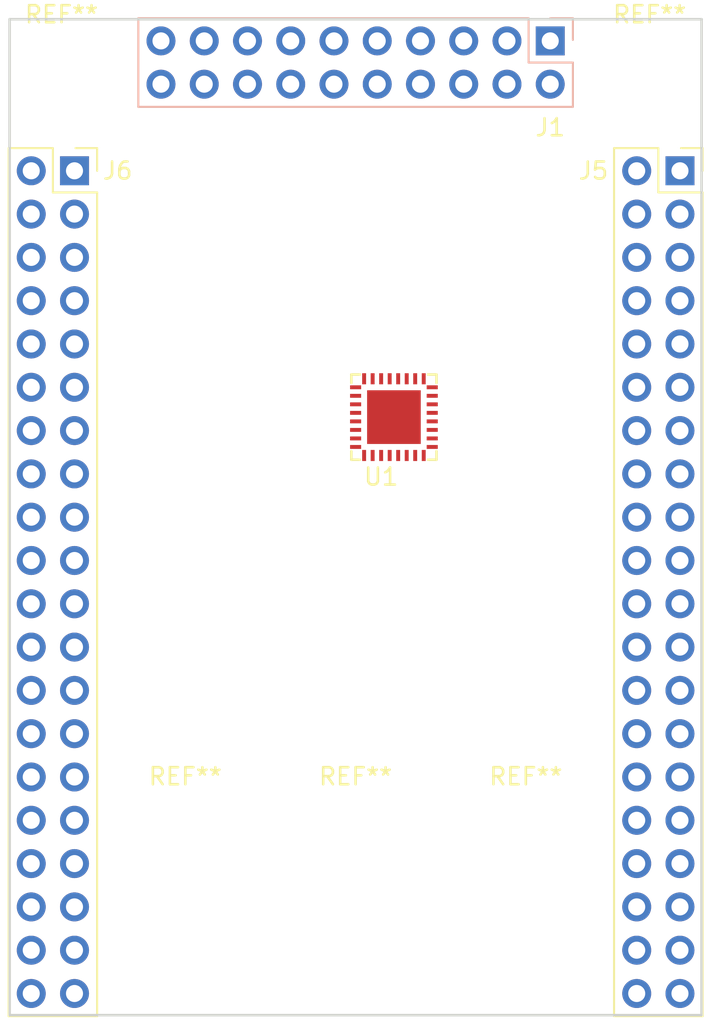
<source format=kicad_pcb>
(kicad_pcb (version 4) (host pcbnew 4.0.7-e2-6376~60~ubuntu17.10.1)

  (general
    (links 0)
    (no_connects 0)
    (area 97.714999 40.564999 138.505001 99.135001)
    (thickness 1.6)
    (drawings 4)
    (tracks 0)
    (zones 0)
    (modules 9)
    (nets 133)
  )

  (page A4)
  (title_block
    (title Fixture-Dev-Kit-C4-Adapater-Board)
    (date 2017-11-20)
    (rev v1.0)
  )

  (layers
    (0 F.Cu signal)
    (31 B.Cu signal)
    (32 B.Adhes user)
    (33 F.Adhes user)
    (34 B.Paste user)
    (35 F.Paste user)
    (36 B.SilkS user)
    (37 F.SilkS user)
    (38 B.Mask user)
    (39 F.Mask user)
    (40 Dwgs.User user)
    (41 Cmts.User user)
    (42 Eco1.User user)
    (43 Eco2.User user)
    (44 Edge.Cuts user)
    (45 Margin user)
    (46 B.CrtYd user)
    (47 F.CrtYd user)
    (48 B.Fab user)
    (49 F.Fab user)
  )

  (setup
    (last_trace_width 0.25)
    (trace_clearance 0.2)
    (zone_clearance 0.508)
    (zone_45_only no)
    (trace_min 0.2)
    (segment_width 0.2)
    (edge_width 0.15)
    (via_size 0.6)
    (via_drill 0.4)
    (via_min_size 0.4)
    (via_min_drill 0.3)
    (uvia_size 0.3)
    (uvia_drill 0.1)
    (uvias_allowed no)
    (uvia_min_size 0.2)
    (uvia_min_drill 0.1)
    (pcb_text_width 0.3)
    (pcb_text_size 1.5 1.5)
    (mod_edge_width 0.15)
    (mod_text_size 1 1)
    (mod_text_width 0.15)
    (pad_size 1.524 1.524)
    (pad_drill 0.762)
    (pad_to_mask_clearance 0.2)
    (aux_axis_origin 0 0)
    (visible_elements FFFFFF7F)
    (pcbplotparams
      (layerselection 0x00030_80000001)
      (usegerberextensions false)
      (excludeedgelayer true)
      (linewidth 0.100000)
      (plotframeref false)
      (viasonmask false)
      (mode 1)
      (useauxorigin false)
      (hpglpennumber 1)
      (hpglpenspeed 20)
      (hpglpendiameter 15)
      (hpglpenoverlay 2)
      (psnegative false)
      (psa4output false)
      (plotreference true)
      (plotvalue true)
      (plotinvisibletext false)
      (padsonsilk false)
      (subtractmaskfromsilk false)
      (outputformat 1)
      (mirror false)
      (drillshape 1)
      (scaleselection 1)
      (outputdirectory ""))
  )

  (net 0 "")
  (net 1 "Net-(J1-Pad1)")
  (net 2 "Net-(J1-Pad2)")
  (net 3 "Net-(J1-Pad3)")
  (net 4 "Net-(J1-Pad4)")
  (net 5 "Net-(J1-Pad5)")
  (net 6 "Net-(J1-Pad6)")
  (net 7 "Net-(J1-Pad7)")
  (net 8 "Net-(J1-Pad8)")
  (net 9 "Net-(J1-Pad9)")
  (net 10 "Net-(J1-Pad10)")
  (net 11 "Net-(J1-Pad11)")
  (net 12 "Net-(J1-Pad12)")
  (net 13 "Net-(J1-Pad13)")
  (net 14 "Net-(J1-Pad14)")
  (net 15 "Net-(J1-Pad15)")
  (net 16 "Net-(J1-Pad16)")
  (net 17 "Net-(J1-Pad17)")
  (net 18 "Net-(J1-Pad18)")
  (net 19 "Net-(J1-Pad19)")
  (net 20 "Net-(J1-Pad20)")
  (net 21 "Net-(J5-Pad1)")
  (net 22 "Net-(J5-Pad2)")
  (net 23 "Net-(J5-Pad3)")
  (net 24 "Net-(J5-Pad4)")
  (net 25 "Net-(J5-Pad5)")
  (net 26 "Net-(J5-Pad6)")
  (net 27 "Net-(J5-Pad7)")
  (net 28 "Net-(J5-Pad8)")
  (net 29 "Net-(J5-Pad9)")
  (net 30 "Net-(J5-Pad10)")
  (net 31 "Net-(J5-Pad11)")
  (net 32 "Net-(J5-Pad12)")
  (net 33 "Net-(J5-Pad13)")
  (net 34 "Net-(J5-Pad14)")
  (net 35 "Net-(J5-Pad15)")
  (net 36 "Net-(J5-Pad16)")
  (net 37 "Net-(J5-Pad17)")
  (net 38 "Net-(J5-Pad18)")
  (net 39 "Net-(J5-Pad19)")
  (net 40 "Net-(J5-Pad20)")
  (net 41 "Net-(J5-Pad21)")
  (net 42 "Net-(J5-Pad22)")
  (net 43 "Net-(J5-Pad23)")
  (net 44 "Net-(J5-Pad24)")
  (net 45 "Net-(J5-Pad25)")
  (net 46 "Net-(J5-Pad26)")
  (net 47 "Net-(J5-Pad27)")
  (net 48 "Net-(J5-Pad28)")
  (net 49 "Net-(J5-Pad29)")
  (net 50 "Net-(J5-Pad30)")
  (net 51 "Net-(J5-Pad31)")
  (net 52 "Net-(J5-Pad32)")
  (net 53 "Net-(J5-Pad33)")
  (net 54 "Net-(J5-Pad34)")
  (net 55 "Net-(J5-Pad35)")
  (net 56 "Net-(J5-Pad36)")
  (net 57 "Net-(J5-Pad37)")
  (net 58 "Net-(J5-Pad38)")
  (net 59 "Net-(J5-Pad39)")
  (net 60 "Net-(J5-Pad40)")
  (net 61 "Net-(J6-Pad1)")
  (net 62 "Net-(J6-Pad2)")
  (net 63 "Net-(J6-Pad3)")
  (net 64 "Net-(J6-Pad4)")
  (net 65 "Net-(J6-Pad5)")
  (net 66 "Net-(J6-Pad6)")
  (net 67 "Net-(J6-Pad7)")
  (net 68 "Net-(J6-Pad8)")
  (net 69 "Net-(J6-Pad9)")
  (net 70 "Net-(J6-Pad10)")
  (net 71 "Net-(J6-Pad11)")
  (net 72 "Net-(J6-Pad12)")
  (net 73 "Net-(J6-Pad13)")
  (net 74 "Net-(J6-Pad14)")
  (net 75 "Net-(J6-Pad15)")
  (net 76 "Net-(J6-Pad16)")
  (net 77 "Net-(J6-Pad17)")
  (net 78 "Net-(J6-Pad18)")
  (net 79 "Net-(J6-Pad19)")
  (net 80 "Net-(J6-Pad20)")
  (net 81 "Net-(J6-Pad21)")
  (net 82 "Net-(J6-Pad22)")
  (net 83 "Net-(J6-Pad23)")
  (net 84 "Net-(J6-Pad24)")
  (net 85 "Net-(J6-Pad25)")
  (net 86 "Net-(J6-Pad26)")
  (net 87 "Net-(J6-Pad27)")
  (net 88 "Net-(J6-Pad28)")
  (net 89 "Net-(J6-Pad29)")
  (net 90 "Net-(J6-Pad30)")
  (net 91 "Net-(J6-Pad31)")
  (net 92 "Net-(J6-Pad32)")
  (net 93 "Net-(J6-Pad33)")
  (net 94 "Net-(J6-Pad34)")
  (net 95 "Net-(J6-Pad35)")
  (net 96 "Net-(J6-Pad36)")
  (net 97 "Net-(J6-Pad37)")
  (net 98 "Net-(J6-Pad38)")
  (net 99 "Net-(J6-Pad39)")
  (net 100 "Net-(J6-Pad40)")
  (net 101 "Net-(U1-Pad1)")
  (net 102 "Net-(U1-Pad2)")
  (net 103 "Net-(U1-Pad3)")
  (net 104 "Net-(U1-Pad4)")
  (net 105 "Net-(U1-Pad5)")
  (net 106 "Net-(U1-Pad6)")
  (net 107 "Net-(U1-Pad7)")
  (net 108 "Net-(U1-Pad8)")
  (net 109 "Net-(U1-Pad9)")
  (net 110 "Net-(U1-Pad10)")
  (net 111 "Net-(U1-Pad11)")
  (net 112 "Net-(U1-Pad12)")
  (net 113 "Net-(U1-Pad13)")
  (net 114 "Net-(U1-Pad14)")
  (net 115 "Net-(U1-Pad15)")
  (net 116 "Net-(U1-Pad16)")
  (net 117 "Net-(U1-Pad17)")
  (net 118 "Net-(U1-Pad18)")
  (net 119 "Net-(U1-Pad19)")
  (net 120 "Net-(U1-Pad20)")
  (net 121 "Net-(U1-Pad21)")
  (net 122 "Net-(U1-Pad22)")
  (net 123 "Net-(U1-Pad23)")
  (net 124 "Net-(U1-Pad24)")
  (net 125 "Net-(U1-Pad25)")
  (net 126 "Net-(U1-Pad26)")
  (net 127 "Net-(U1-Pad27)")
  (net 128 "Net-(U1-Pad28)")
  (net 129 "Net-(U1-Pad29)")
  (net 130 "Net-(U1-Pad30)")
  (net 131 "Net-(U1-Pad31)")
  (net 132 "Net-(U1-Pad32)")

  (net_class Default "This is the default net class."
    (clearance 0.2)
    (trace_width 0.25)
    (via_dia 0.6)
    (via_drill 0.4)
    (uvia_dia 0.3)
    (uvia_drill 0.1)
    (add_net "Net-(J1-Pad1)")
    (add_net "Net-(J1-Pad10)")
    (add_net "Net-(J1-Pad11)")
    (add_net "Net-(J1-Pad12)")
    (add_net "Net-(J1-Pad13)")
    (add_net "Net-(J1-Pad14)")
    (add_net "Net-(J1-Pad15)")
    (add_net "Net-(J1-Pad16)")
    (add_net "Net-(J1-Pad17)")
    (add_net "Net-(J1-Pad18)")
    (add_net "Net-(J1-Pad19)")
    (add_net "Net-(J1-Pad2)")
    (add_net "Net-(J1-Pad20)")
    (add_net "Net-(J1-Pad3)")
    (add_net "Net-(J1-Pad4)")
    (add_net "Net-(J1-Pad5)")
    (add_net "Net-(J1-Pad6)")
    (add_net "Net-(J1-Pad7)")
    (add_net "Net-(J1-Pad8)")
    (add_net "Net-(J1-Pad9)")
    (add_net "Net-(J5-Pad1)")
    (add_net "Net-(J5-Pad10)")
    (add_net "Net-(J5-Pad11)")
    (add_net "Net-(J5-Pad12)")
    (add_net "Net-(J5-Pad13)")
    (add_net "Net-(J5-Pad14)")
    (add_net "Net-(J5-Pad15)")
    (add_net "Net-(J5-Pad16)")
    (add_net "Net-(J5-Pad17)")
    (add_net "Net-(J5-Pad18)")
    (add_net "Net-(J5-Pad19)")
    (add_net "Net-(J5-Pad2)")
    (add_net "Net-(J5-Pad20)")
    (add_net "Net-(J5-Pad21)")
    (add_net "Net-(J5-Pad22)")
    (add_net "Net-(J5-Pad23)")
    (add_net "Net-(J5-Pad24)")
    (add_net "Net-(J5-Pad25)")
    (add_net "Net-(J5-Pad26)")
    (add_net "Net-(J5-Pad27)")
    (add_net "Net-(J5-Pad28)")
    (add_net "Net-(J5-Pad29)")
    (add_net "Net-(J5-Pad3)")
    (add_net "Net-(J5-Pad30)")
    (add_net "Net-(J5-Pad31)")
    (add_net "Net-(J5-Pad32)")
    (add_net "Net-(J5-Pad33)")
    (add_net "Net-(J5-Pad34)")
    (add_net "Net-(J5-Pad35)")
    (add_net "Net-(J5-Pad36)")
    (add_net "Net-(J5-Pad37)")
    (add_net "Net-(J5-Pad38)")
    (add_net "Net-(J5-Pad39)")
    (add_net "Net-(J5-Pad4)")
    (add_net "Net-(J5-Pad40)")
    (add_net "Net-(J5-Pad5)")
    (add_net "Net-(J5-Pad6)")
    (add_net "Net-(J5-Pad7)")
    (add_net "Net-(J5-Pad8)")
    (add_net "Net-(J5-Pad9)")
    (add_net "Net-(J6-Pad1)")
    (add_net "Net-(J6-Pad10)")
    (add_net "Net-(J6-Pad11)")
    (add_net "Net-(J6-Pad12)")
    (add_net "Net-(J6-Pad13)")
    (add_net "Net-(J6-Pad14)")
    (add_net "Net-(J6-Pad15)")
    (add_net "Net-(J6-Pad16)")
    (add_net "Net-(J6-Pad17)")
    (add_net "Net-(J6-Pad18)")
    (add_net "Net-(J6-Pad19)")
    (add_net "Net-(J6-Pad2)")
    (add_net "Net-(J6-Pad20)")
    (add_net "Net-(J6-Pad21)")
    (add_net "Net-(J6-Pad22)")
    (add_net "Net-(J6-Pad23)")
    (add_net "Net-(J6-Pad24)")
    (add_net "Net-(J6-Pad25)")
    (add_net "Net-(J6-Pad26)")
    (add_net "Net-(J6-Pad27)")
    (add_net "Net-(J6-Pad28)")
    (add_net "Net-(J6-Pad29)")
    (add_net "Net-(J6-Pad3)")
    (add_net "Net-(J6-Pad30)")
    (add_net "Net-(J6-Pad31)")
    (add_net "Net-(J6-Pad32)")
    (add_net "Net-(J6-Pad33)")
    (add_net "Net-(J6-Pad34)")
    (add_net "Net-(J6-Pad35)")
    (add_net "Net-(J6-Pad36)")
    (add_net "Net-(J6-Pad37)")
    (add_net "Net-(J6-Pad38)")
    (add_net "Net-(J6-Pad39)")
    (add_net "Net-(J6-Pad4)")
    (add_net "Net-(J6-Pad40)")
    (add_net "Net-(J6-Pad5)")
    (add_net "Net-(J6-Pad6)")
    (add_net "Net-(J6-Pad7)")
    (add_net "Net-(J6-Pad8)")
    (add_net "Net-(J6-Pad9)")
    (add_net "Net-(U1-Pad1)")
    (add_net "Net-(U1-Pad10)")
    (add_net "Net-(U1-Pad11)")
    (add_net "Net-(U1-Pad12)")
    (add_net "Net-(U1-Pad13)")
    (add_net "Net-(U1-Pad14)")
    (add_net "Net-(U1-Pad15)")
    (add_net "Net-(U1-Pad16)")
    (add_net "Net-(U1-Pad17)")
    (add_net "Net-(U1-Pad18)")
    (add_net "Net-(U1-Pad19)")
    (add_net "Net-(U1-Pad2)")
    (add_net "Net-(U1-Pad20)")
    (add_net "Net-(U1-Pad21)")
    (add_net "Net-(U1-Pad22)")
    (add_net "Net-(U1-Pad23)")
    (add_net "Net-(U1-Pad24)")
    (add_net "Net-(U1-Pad25)")
    (add_net "Net-(U1-Pad26)")
    (add_net "Net-(U1-Pad27)")
    (add_net "Net-(U1-Pad28)")
    (add_net "Net-(U1-Pad29)")
    (add_net "Net-(U1-Pad3)")
    (add_net "Net-(U1-Pad30)")
    (add_net "Net-(U1-Pad31)")
    (add_net "Net-(U1-Pad32)")
    (add_net "Net-(U1-Pad4)")
    (add_net "Net-(U1-Pad5)")
    (add_net "Net-(U1-Pad6)")
    (add_net "Net-(U1-Pad7)")
    (add_net "Net-(U1-Pad8)")
    (add_net "Net-(U1-Pad9)")
  )

  (module Mounting_Holes:MountingHole_3mm (layer F.Cu) (tedit 5A129258) (tstamp 5A129125)
    (at 135.38 44.36)
    (descr "Mounting Hole 3mm, no annular")
    (tags "mounting hole 3mm no annular")
    (fp_text reference REF** (at 0 -4) (layer F.SilkS)
      (effects (font (size 1 1) (thickness 0.15)))
    )
    (fp_text value MountingHole_3mm (at 0 4) (layer F.Fab) hide
      (effects (font (size 1 1) (thickness 0.15)))
    )
    (fp_circle (center 0 0) (end 3 0) (layer Cmts.User) (width 0.15))
    (fp_circle (center 0 0) (end 3.25 0) (layer F.CrtYd) (width 0.05))
    (pad 1 np_thru_hole circle (at 0 0) (size 3 3) (drill 3) (layers *.Cu *.Mask))
  )

  (module Socket_Strips:Socket_Strip_Straight_2x10_Pitch2.54mm (layer B.Cu) (tedit 5A1292AF) (tstamp 5A128ACD)
    (at 129.54 41.91 90)
    (descr "Through hole straight socket strip, 2x10, 2.54mm pitch, double rows")
    (tags "Through hole socket strip THT 2x10 2.54mm double row")
    (path /5A1289B3)
    (fp_text reference J1 (at -5.08 0 180) (layer F.SilkS)
      (effects (font (size 1 1) (thickness 0.15)))
    )
    (fp_text value Conn_02x10_Odd_Even (at -5.08 -11.43 180) (layer F.Fab)
      (effects (font (size 1 1) (thickness 0.15)))
    )
    (fp_line (start -3.81 1.27) (end -3.81 -24.13) (layer B.Fab) (width 0.1))
    (fp_line (start -3.81 -24.13) (end 1.27 -24.13) (layer B.Fab) (width 0.1))
    (fp_line (start 1.27 -24.13) (end 1.27 1.27) (layer B.Fab) (width 0.1))
    (fp_line (start 1.27 1.27) (end -3.81 1.27) (layer B.Fab) (width 0.1))
    (fp_line (start 1.33 -1.27) (end 1.33 -24.19) (layer B.SilkS) (width 0.12))
    (fp_line (start 1.33 -24.19) (end -3.87 -24.19) (layer B.SilkS) (width 0.12))
    (fp_line (start -3.87 -24.19) (end -3.87 1.33) (layer B.SilkS) (width 0.12))
    (fp_line (start -3.87 1.33) (end -1.27 1.33) (layer B.SilkS) (width 0.12))
    (fp_line (start -1.27 1.33) (end -1.27 -1.27) (layer B.SilkS) (width 0.12))
    (fp_line (start -1.27 -1.27) (end 1.33 -1.27) (layer B.SilkS) (width 0.12))
    (fp_line (start 1.33 0) (end 1.33 1.33) (layer B.SilkS) (width 0.12))
    (fp_line (start 1.33 1.33) (end 0.06 1.33) (layer B.SilkS) (width 0.12))
    (fp_line (start -4.35 1.8) (end -4.35 -24.65) (layer B.CrtYd) (width 0.05))
    (fp_line (start -4.35 -24.65) (end 1.8 -24.65) (layer B.CrtYd) (width 0.05))
    (fp_line (start 1.8 -24.65) (end 1.8 1.8) (layer B.CrtYd) (width 0.05))
    (fp_line (start 1.8 1.8) (end -4.35 1.8) (layer B.CrtYd) (width 0.05))
    (fp_text user %R (at -5.08 0 180) (layer F.Fab)
      (effects (font (size 1 1) (thickness 0.15)))
    )
    (pad 1 thru_hole rect (at 0 0 90) (size 1.7 1.7) (drill 1) (layers *.Cu *.Mask)
      (net 1 "Net-(J1-Pad1)"))
    (pad 2 thru_hole oval (at -2.54 0 90) (size 1.7 1.7) (drill 1) (layers *.Cu *.Mask)
      (net 2 "Net-(J1-Pad2)"))
    (pad 3 thru_hole oval (at 0 -2.54 90) (size 1.7 1.7) (drill 1) (layers *.Cu *.Mask)
      (net 3 "Net-(J1-Pad3)"))
    (pad 4 thru_hole oval (at -2.54 -2.54 90) (size 1.7 1.7) (drill 1) (layers *.Cu *.Mask)
      (net 4 "Net-(J1-Pad4)"))
    (pad 5 thru_hole oval (at 0 -5.08 90) (size 1.7 1.7) (drill 1) (layers *.Cu *.Mask)
      (net 5 "Net-(J1-Pad5)"))
    (pad 6 thru_hole oval (at -2.54 -5.08 90) (size 1.7 1.7) (drill 1) (layers *.Cu *.Mask)
      (net 6 "Net-(J1-Pad6)"))
    (pad 7 thru_hole oval (at 0 -7.62 90) (size 1.7 1.7) (drill 1) (layers *.Cu *.Mask)
      (net 7 "Net-(J1-Pad7)"))
    (pad 8 thru_hole oval (at -2.54 -7.62 90) (size 1.7 1.7) (drill 1) (layers *.Cu *.Mask)
      (net 8 "Net-(J1-Pad8)"))
    (pad 9 thru_hole oval (at 0 -10.16 90) (size 1.7 1.7) (drill 1) (layers *.Cu *.Mask)
      (net 9 "Net-(J1-Pad9)"))
    (pad 10 thru_hole oval (at -2.54 -10.16 90) (size 1.7 1.7) (drill 1) (layers *.Cu *.Mask)
      (net 10 "Net-(J1-Pad10)"))
    (pad 11 thru_hole oval (at 0 -12.7 90) (size 1.7 1.7) (drill 1) (layers *.Cu *.Mask)
      (net 11 "Net-(J1-Pad11)"))
    (pad 12 thru_hole oval (at -2.54 -12.7 90) (size 1.7 1.7) (drill 1) (layers *.Cu *.Mask)
      (net 12 "Net-(J1-Pad12)"))
    (pad 13 thru_hole oval (at 0 -15.24 90) (size 1.7 1.7) (drill 1) (layers *.Cu *.Mask)
      (net 13 "Net-(J1-Pad13)"))
    (pad 14 thru_hole oval (at -2.54 -15.24 90) (size 1.7 1.7) (drill 1) (layers *.Cu *.Mask)
      (net 14 "Net-(J1-Pad14)"))
    (pad 15 thru_hole oval (at 0 -17.78 90) (size 1.7 1.7) (drill 1) (layers *.Cu *.Mask)
      (net 15 "Net-(J1-Pad15)"))
    (pad 16 thru_hole oval (at -2.54 -17.78 90) (size 1.7 1.7) (drill 1) (layers *.Cu *.Mask)
      (net 16 "Net-(J1-Pad16)"))
    (pad 17 thru_hole oval (at 0 -20.32 90) (size 1.7 1.7) (drill 1) (layers *.Cu *.Mask)
      (net 17 "Net-(J1-Pad17)"))
    (pad 18 thru_hole oval (at -2.54 -20.32 90) (size 1.7 1.7) (drill 1) (layers *.Cu *.Mask)
      (net 18 "Net-(J1-Pad18)"))
    (pad 19 thru_hole oval (at 0 -22.86 90) (size 1.7 1.7) (drill 1) (layers *.Cu *.Mask)
      (net 19 "Net-(J1-Pad19)"))
    (pad 20 thru_hole oval (at -2.54 -22.86 90) (size 1.7 1.7) (drill 1) (layers *.Cu *.Mask)
      (net 20 "Net-(J1-Pad20)"))
    (model ${KISYS3DMOD}/Socket_Strips.3dshapes/Socket_Strip_Straight_2x10_Pitch2.54mm.wrl
      (at (xyz -0.05 -0.45 0))
      (scale (xyz 1 1 1))
      (rotate (xyz 0 0 270))
    )
  )

  (module Socket_Strips:Socket_Strip_Straight_2x20_Pitch2.54mm (layer F.Cu) (tedit 5A129279) (tstamp 5A128AF9)
    (at 137.16 49.53)
    (descr "Through hole straight socket strip, 2x20, 2.54mm pitch, double rows")
    (tags "Through hole socket strip THT 2x20 2.54mm double row")
    (path /5A128A2C)
    (fp_text reference J5 (at -5.08 0) (layer F.SilkS)
      (effects (font (size 1 1) (thickness 0.15)))
    )
    (fp_text value Conn_02x20_Odd_Even (at -5.08 22.86 90) (layer F.Fab)
      (effects (font (size 1 1) (thickness 0.15)))
    )
    (fp_line (start -3.81 -1.27) (end -3.81 49.53) (layer F.Fab) (width 0.1))
    (fp_line (start -3.81 49.53) (end 1.27 49.53) (layer F.Fab) (width 0.1))
    (fp_line (start 1.27 49.53) (end 1.27 -1.27) (layer F.Fab) (width 0.1))
    (fp_line (start 1.27 -1.27) (end -3.81 -1.27) (layer F.Fab) (width 0.1))
    (fp_line (start 1.33 1.27) (end 1.33 49.59) (layer F.SilkS) (width 0.12))
    (fp_line (start 1.33 49.59) (end -3.87 49.59) (layer F.SilkS) (width 0.12))
    (fp_line (start -3.87 49.59) (end -3.87 -1.33) (layer F.SilkS) (width 0.12))
    (fp_line (start -3.87 -1.33) (end -1.27 -1.33) (layer F.SilkS) (width 0.12))
    (fp_line (start -1.27 -1.33) (end -1.27 1.27) (layer F.SilkS) (width 0.12))
    (fp_line (start -1.27 1.27) (end 1.33 1.27) (layer F.SilkS) (width 0.12))
    (fp_line (start 1.33 0) (end 1.33 -1.33) (layer F.SilkS) (width 0.12))
    (fp_line (start 1.33 -1.33) (end 0.06 -1.33) (layer F.SilkS) (width 0.12))
    (fp_line (start -4.35 -1.8) (end -4.35 50.05) (layer F.CrtYd) (width 0.05))
    (fp_line (start -4.35 50.05) (end 1.8 50.05) (layer F.CrtYd) (width 0.05))
    (fp_line (start 1.8 50.05) (end 1.8 -1.8) (layer F.CrtYd) (width 0.05))
    (fp_line (start 1.8 -1.8) (end -4.35 -1.8) (layer F.CrtYd) (width 0.05))
    (fp_text user %R (at -5.08 0) (layer F.Fab)
      (effects (font (size 1 1) (thickness 0.15)))
    )
    (pad 1 thru_hole rect (at 0 0) (size 1.7 1.7) (drill 1) (layers *.Cu *.Mask)
      (net 21 "Net-(J5-Pad1)"))
    (pad 2 thru_hole oval (at -2.54 0) (size 1.7 1.7) (drill 1) (layers *.Cu *.Mask)
      (net 22 "Net-(J5-Pad2)"))
    (pad 3 thru_hole oval (at 0 2.54) (size 1.7 1.7) (drill 1) (layers *.Cu *.Mask)
      (net 23 "Net-(J5-Pad3)"))
    (pad 4 thru_hole oval (at -2.54 2.54) (size 1.7 1.7) (drill 1) (layers *.Cu *.Mask)
      (net 24 "Net-(J5-Pad4)"))
    (pad 5 thru_hole oval (at 0 5.08) (size 1.7 1.7) (drill 1) (layers *.Cu *.Mask)
      (net 25 "Net-(J5-Pad5)"))
    (pad 6 thru_hole oval (at -2.54 5.08) (size 1.7 1.7) (drill 1) (layers *.Cu *.Mask)
      (net 26 "Net-(J5-Pad6)"))
    (pad 7 thru_hole oval (at 0 7.62) (size 1.7 1.7) (drill 1) (layers *.Cu *.Mask)
      (net 27 "Net-(J5-Pad7)"))
    (pad 8 thru_hole oval (at -2.54 7.62) (size 1.7 1.7) (drill 1) (layers *.Cu *.Mask)
      (net 28 "Net-(J5-Pad8)"))
    (pad 9 thru_hole oval (at 0 10.16) (size 1.7 1.7) (drill 1) (layers *.Cu *.Mask)
      (net 29 "Net-(J5-Pad9)"))
    (pad 10 thru_hole oval (at -2.54 10.16) (size 1.7 1.7) (drill 1) (layers *.Cu *.Mask)
      (net 30 "Net-(J5-Pad10)"))
    (pad 11 thru_hole oval (at 0 12.7) (size 1.7 1.7) (drill 1) (layers *.Cu *.Mask)
      (net 31 "Net-(J5-Pad11)"))
    (pad 12 thru_hole oval (at -2.54 12.7) (size 1.7 1.7) (drill 1) (layers *.Cu *.Mask)
      (net 32 "Net-(J5-Pad12)"))
    (pad 13 thru_hole oval (at 0 15.24) (size 1.7 1.7) (drill 1) (layers *.Cu *.Mask)
      (net 33 "Net-(J5-Pad13)"))
    (pad 14 thru_hole oval (at -2.54 15.24) (size 1.7 1.7) (drill 1) (layers *.Cu *.Mask)
      (net 34 "Net-(J5-Pad14)"))
    (pad 15 thru_hole oval (at 0 17.78) (size 1.7 1.7) (drill 1) (layers *.Cu *.Mask)
      (net 35 "Net-(J5-Pad15)"))
    (pad 16 thru_hole oval (at -2.54 17.78) (size 1.7 1.7) (drill 1) (layers *.Cu *.Mask)
      (net 36 "Net-(J5-Pad16)"))
    (pad 17 thru_hole oval (at 0 20.32) (size 1.7 1.7) (drill 1) (layers *.Cu *.Mask)
      (net 37 "Net-(J5-Pad17)"))
    (pad 18 thru_hole oval (at -2.54 20.32) (size 1.7 1.7) (drill 1) (layers *.Cu *.Mask)
      (net 38 "Net-(J5-Pad18)"))
    (pad 19 thru_hole oval (at 0 22.86) (size 1.7 1.7) (drill 1) (layers *.Cu *.Mask)
      (net 39 "Net-(J5-Pad19)"))
    (pad 20 thru_hole oval (at -2.54 22.86) (size 1.7 1.7) (drill 1) (layers *.Cu *.Mask)
      (net 40 "Net-(J5-Pad20)"))
    (pad 21 thru_hole oval (at 0 25.4) (size 1.7 1.7) (drill 1) (layers *.Cu *.Mask)
      (net 41 "Net-(J5-Pad21)"))
    (pad 22 thru_hole oval (at -2.54 25.4) (size 1.7 1.7) (drill 1) (layers *.Cu *.Mask)
      (net 42 "Net-(J5-Pad22)"))
    (pad 23 thru_hole oval (at 0 27.94) (size 1.7 1.7) (drill 1) (layers *.Cu *.Mask)
      (net 43 "Net-(J5-Pad23)"))
    (pad 24 thru_hole oval (at -2.54 27.94) (size 1.7 1.7) (drill 1) (layers *.Cu *.Mask)
      (net 44 "Net-(J5-Pad24)"))
    (pad 25 thru_hole oval (at 0 30.48) (size 1.7 1.7) (drill 1) (layers *.Cu *.Mask)
      (net 45 "Net-(J5-Pad25)"))
    (pad 26 thru_hole oval (at -2.54 30.48) (size 1.7 1.7) (drill 1) (layers *.Cu *.Mask)
      (net 46 "Net-(J5-Pad26)"))
    (pad 27 thru_hole oval (at 0 33.02) (size 1.7 1.7) (drill 1) (layers *.Cu *.Mask)
      (net 47 "Net-(J5-Pad27)"))
    (pad 28 thru_hole oval (at -2.54 33.02) (size 1.7 1.7) (drill 1) (layers *.Cu *.Mask)
      (net 48 "Net-(J5-Pad28)"))
    (pad 29 thru_hole oval (at 0 35.56) (size 1.7 1.7) (drill 1) (layers *.Cu *.Mask)
      (net 49 "Net-(J5-Pad29)"))
    (pad 30 thru_hole oval (at -2.54 35.56) (size 1.7 1.7) (drill 1) (layers *.Cu *.Mask)
      (net 50 "Net-(J5-Pad30)"))
    (pad 31 thru_hole oval (at 0 38.1) (size 1.7 1.7) (drill 1) (layers *.Cu *.Mask)
      (net 51 "Net-(J5-Pad31)"))
    (pad 32 thru_hole oval (at -2.54 38.1) (size 1.7 1.7) (drill 1) (layers *.Cu *.Mask)
      (net 52 "Net-(J5-Pad32)"))
    (pad 33 thru_hole oval (at 0 40.64) (size 1.7 1.7) (drill 1) (layers *.Cu *.Mask)
      (net 53 "Net-(J5-Pad33)"))
    (pad 34 thru_hole oval (at -2.54 40.64) (size 1.7 1.7) (drill 1) (layers *.Cu *.Mask)
      (net 54 "Net-(J5-Pad34)"))
    (pad 35 thru_hole oval (at 0 43.18) (size 1.7 1.7) (drill 1) (layers *.Cu *.Mask)
      (net 55 "Net-(J5-Pad35)"))
    (pad 36 thru_hole oval (at -2.54 43.18) (size 1.7 1.7) (drill 1) (layers *.Cu *.Mask)
      (net 56 "Net-(J5-Pad36)"))
    (pad 37 thru_hole oval (at 0 45.72) (size 1.7 1.7) (drill 1) (layers *.Cu *.Mask)
      (net 57 "Net-(J5-Pad37)"))
    (pad 38 thru_hole oval (at -2.54 45.72) (size 1.7 1.7) (drill 1) (layers *.Cu *.Mask)
      (net 58 "Net-(J5-Pad38)"))
    (pad 39 thru_hole oval (at 0 48.26) (size 1.7 1.7) (drill 1) (layers *.Cu *.Mask)
      (net 59 "Net-(J5-Pad39)"))
    (pad 40 thru_hole oval (at -2.54 48.26) (size 1.7 1.7) (drill 1) (layers *.Cu *.Mask)
      (net 60 "Net-(J5-Pad40)"))
    (model ${KISYS3DMOD}/Socket_Strips.3dshapes/Socket_Strip_Straight_2x20_Pitch2.54mm.wrl
      (at (xyz -0.05 -0.95 0))
      (scale (xyz 1 1 1))
      (rotate (xyz 0 0 270))
    )
  )

  (module Socket_Strips:Socket_Strip_Straight_2x20_Pitch2.54mm (layer F.Cu) (tedit 5A129287) (tstamp 5A128B25)
    (at 101.6 49.53)
    (descr "Through hole straight socket strip, 2x20, 2.54mm pitch, double rows")
    (tags "Through hole socket strip THT 2x20 2.54mm double row")
    (path /5A128AD9)
    (fp_text reference J6 (at 2.54 0) (layer F.SilkS)
      (effects (font (size 1 1) (thickness 0.15)))
    )
    (fp_text value Conn_02x20_Odd_Even (at 2.54 22.86 90) (layer F.Fab)
      (effects (font (size 1 1) (thickness 0.15)))
    )
    (fp_line (start -3.81 -1.27) (end -3.81 49.53) (layer F.Fab) (width 0.1))
    (fp_line (start -3.81 49.53) (end 1.27 49.53) (layer F.Fab) (width 0.1))
    (fp_line (start 1.27 49.53) (end 1.27 -1.27) (layer F.Fab) (width 0.1))
    (fp_line (start 1.27 -1.27) (end -3.81 -1.27) (layer F.Fab) (width 0.1))
    (fp_line (start 1.33 1.27) (end 1.33 49.59) (layer F.SilkS) (width 0.12))
    (fp_line (start 1.33 49.59) (end -3.87 49.59) (layer F.SilkS) (width 0.12))
    (fp_line (start -3.87 49.59) (end -3.87 -1.33) (layer F.SilkS) (width 0.12))
    (fp_line (start -3.87 -1.33) (end -1.27 -1.33) (layer F.SilkS) (width 0.12))
    (fp_line (start -1.27 -1.33) (end -1.27 1.27) (layer F.SilkS) (width 0.12))
    (fp_line (start -1.27 1.27) (end 1.33 1.27) (layer F.SilkS) (width 0.12))
    (fp_line (start 1.33 0) (end 1.33 -1.33) (layer F.SilkS) (width 0.12))
    (fp_line (start 1.33 -1.33) (end 0.06 -1.33) (layer F.SilkS) (width 0.12))
    (fp_line (start -4.35 -1.8) (end -4.35 50.05) (layer F.CrtYd) (width 0.05))
    (fp_line (start -4.35 50.05) (end 1.8 50.05) (layer F.CrtYd) (width 0.05))
    (fp_line (start 1.8 50.05) (end 1.8 -1.8) (layer F.CrtYd) (width 0.05))
    (fp_line (start 1.8 -1.8) (end -4.35 -1.8) (layer F.CrtYd) (width 0.05))
    (fp_text user %R (at 2.54 0) (layer F.Fab)
      (effects (font (size 1 1) (thickness 0.15)))
    )
    (pad 1 thru_hole rect (at 0 0) (size 1.7 1.7) (drill 1) (layers *.Cu *.Mask)
      (net 61 "Net-(J6-Pad1)"))
    (pad 2 thru_hole oval (at -2.54 0) (size 1.7 1.7) (drill 1) (layers *.Cu *.Mask)
      (net 62 "Net-(J6-Pad2)"))
    (pad 3 thru_hole oval (at 0 2.54) (size 1.7 1.7) (drill 1) (layers *.Cu *.Mask)
      (net 63 "Net-(J6-Pad3)"))
    (pad 4 thru_hole oval (at -2.54 2.54) (size 1.7 1.7) (drill 1) (layers *.Cu *.Mask)
      (net 64 "Net-(J6-Pad4)"))
    (pad 5 thru_hole oval (at 0 5.08) (size 1.7 1.7) (drill 1) (layers *.Cu *.Mask)
      (net 65 "Net-(J6-Pad5)"))
    (pad 6 thru_hole oval (at -2.54 5.08) (size 1.7 1.7) (drill 1) (layers *.Cu *.Mask)
      (net 66 "Net-(J6-Pad6)"))
    (pad 7 thru_hole oval (at 0 7.62) (size 1.7 1.7) (drill 1) (layers *.Cu *.Mask)
      (net 67 "Net-(J6-Pad7)"))
    (pad 8 thru_hole oval (at -2.54 7.62) (size 1.7 1.7) (drill 1) (layers *.Cu *.Mask)
      (net 68 "Net-(J6-Pad8)"))
    (pad 9 thru_hole oval (at 0 10.16) (size 1.7 1.7) (drill 1) (layers *.Cu *.Mask)
      (net 69 "Net-(J6-Pad9)"))
    (pad 10 thru_hole oval (at -2.54 10.16) (size 1.7 1.7) (drill 1) (layers *.Cu *.Mask)
      (net 70 "Net-(J6-Pad10)"))
    (pad 11 thru_hole oval (at 0 12.7) (size 1.7 1.7) (drill 1) (layers *.Cu *.Mask)
      (net 71 "Net-(J6-Pad11)"))
    (pad 12 thru_hole oval (at -2.54 12.7) (size 1.7 1.7) (drill 1) (layers *.Cu *.Mask)
      (net 72 "Net-(J6-Pad12)"))
    (pad 13 thru_hole oval (at 0 15.24) (size 1.7 1.7) (drill 1) (layers *.Cu *.Mask)
      (net 73 "Net-(J6-Pad13)"))
    (pad 14 thru_hole oval (at -2.54 15.24) (size 1.7 1.7) (drill 1) (layers *.Cu *.Mask)
      (net 74 "Net-(J6-Pad14)"))
    (pad 15 thru_hole oval (at 0 17.78) (size 1.7 1.7) (drill 1) (layers *.Cu *.Mask)
      (net 75 "Net-(J6-Pad15)"))
    (pad 16 thru_hole oval (at -2.54 17.78) (size 1.7 1.7) (drill 1) (layers *.Cu *.Mask)
      (net 76 "Net-(J6-Pad16)"))
    (pad 17 thru_hole oval (at 0 20.32) (size 1.7 1.7) (drill 1) (layers *.Cu *.Mask)
      (net 77 "Net-(J6-Pad17)"))
    (pad 18 thru_hole oval (at -2.54 20.32) (size 1.7 1.7) (drill 1) (layers *.Cu *.Mask)
      (net 78 "Net-(J6-Pad18)"))
    (pad 19 thru_hole oval (at 0 22.86) (size 1.7 1.7) (drill 1) (layers *.Cu *.Mask)
      (net 79 "Net-(J6-Pad19)"))
    (pad 20 thru_hole oval (at -2.54 22.86) (size 1.7 1.7) (drill 1) (layers *.Cu *.Mask)
      (net 80 "Net-(J6-Pad20)"))
    (pad 21 thru_hole oval (at 0 25.4) (size 1.7 1.7) (drill 1) (layers *.Cu *.Mask)
      (net 81 "Net-(J6-Pad21)"))
    (pad 22 thru_hole oval (at -2.54 25.4) (size 1.7 1.7) (drill 1) (layers *.Cu *.Mask)
      (net 82 "Net-(J6-Pad22)"))
    (pad 23 thru_hole oval (at 0 27.94) (size 1.7 1.7) (drill 1) (layers *.Cu *.Mask)
      (net 83 "Net-(J6-Pad23)"))
    (pad 24 thru_hole oval (at -2.54 27.94) (size 1.7 1.7) (drill 1) (layers *.Cu *.Mask)
      (net 84 "Net-(J6-Pad24)"))
    (pad 25 thru_hole oval (at 0 30.48) (size 1.7 1.7) (drill 1) (layers *.Cu *.Mask)
      (net 85 "Net-(J6-Pad25)"))
    (pad 26 thru_hole oval (at -2.54 30.48) (size 1.7 1.7) (drill 1) (layers *.Cu *.Mask)
      (net 86 "Net-(J6-Pad26)"))
    (pad 27 thru_hole oval (at 0 33.02) (size 1.7 1.7) (drill 1) (layers *.Cu *.Mask)
      (net 87 "Net-(J6-Pad27)"))
    (pad 28 thru_hole oval (at -2.54 33.02) (size 1.7 1.7) (drill 1) (layers *.Cu *.Mask)
      (net 88 "Net-(J6-Pad28)"))
    (pad 29 thru_hole oval (at 0 35.56) (size 1.7 1.7) (drill 1) (layers *.Cu *.Mask)
      (net 89 "Net-(J6-Pad29)"))
    (pad 30 thru_hole oval (at -2.54 35.56) (size 1.7 1.7) (drill 1) (layers *.Cu *.Mask)
      (net 90 "Net-(J6-Pad30)"))
    (pad 31 thru_hole oval (at 0 38.1) (size 1.7 1.7) (drill 1) (layers *.Cu *.Mask)
      (net 91 "Net-(J6-Pad31)"))
    (pad 32 thru_hole oval (at -2.54 38.1) (size 1.7 1.7) (drill 1) (layers *.Cu *.Mask)
      (net 92 "Net-(J6-Pad32)"))
    (pad 33 thru_hole oval (at 0 40.64) (size 1.7 1.7) (drill 1) (layers *.Cu *.Mask)
      (net 93 "Net-(J6-Pad33)"))
    (pad 34 thru_hole oval (at -2.54 40.64) (size 1.7 1.7) (drill 1) (layers *.Cu *.Mask)
      (net 94 "Net-(J6-Pad34)"))
    (pad 35 thru_hole oval (at 0 43.18) (size 1.7 1.7) (drill 1) (layers *.Cu *.Mask)
      (net 95 "Net-(J6-Pad35)"))
    (pad 36 thru_hole oval (at -2.54 43.18) (size 1.7 1.7) (drill 1) (layers *.Cu *.Mask)
      (net 96 "Net-(J6-Pad36)"))
    (pad 37 thru_hole oval (at 0 45.72) (size 1.7 1.7) (drill 1) (layers *.Cu *.Mask)
      (net 97 "Net-(J6-Pad37)"))
    (pad 38 thru_hole oval (at -2.54 45.72) (size 1.7 1.7) (drill 1) (layers *.Cu *.Mask)
      (net 98 "Net-(J6-Pad38)"))
    (pad 39 thru_hole oval (at 0 48.26) (size 1.7 1.7) (drill 1) (layers *.Cu *.Mask)
      (net 99 "Net-(J6-Pad39)"))
    (pad 40 thru_hole oval (at -2.54 48.26) (size 1.7 1.7) (drill 1) (layers *.Cu *.Mask)
      (net 100 "Net-(J6-Pad40)"))
    (model ${KISYS3DMOD}/Socket_Strips.3dshapes/Socket_Strip_Straight_2x20_Pitch2.54mm.wrl
      (at (xyz -0.05 -0.95 0))
      (scale (xyz 1 1 1))
      (rotate (xyz 0 0 270))
    )
  )

  (module lib_fp:PUQFN-N32 (layer F.Cu) (tedit 5A0E888B) (tstamp 5A128B4A)
    (at 118.11 62.23)
    (descr PUQFN-N32_5mmX5mm_P0.5)
    (path /5A0E7238)
    (solder_mask_margin 0.07)
    (fp_text reference U1 (at 1.5 5.25) (layer F.SilkS)
      (effects (font (size 1 1) (thickness 0.15)))
    )
    (fp_text value TCA6424A (at 2.25 -1.75) (layer F.Fab)
      (effects (font (size 1 1) (thickness 0.15)))
    )
    (fp_line (start 5 -1) (end -0.5 -1) (layer F.CrtYd) (width 0.15))
    (fp_line (start 5 4.5) (end 5 -1) (layer F.CrtYd) (width 0.15))
    (fp_line (start -0.5 4.5) (end 5 4.5) (layer F.CrtYd) (width 0.15))
    (fp_line (start -0.5 -1) (end -0.5 4.5) (layer F.CrtYd) (width 0.15))
    (fp_line (start 3.75 0.25) (end 1.25 0.25) (layer F.Fab) (width 0.15))
    (fp_line (start 3.75 3.25) (end 3.75 0.25) (layer F.Fab) (width 0.15))
    (fp_line (start 0.75 3.25) (end 3.75 3.25) (layer F.Fab) (width 0.15))
    (fp_line (start 0.75 0.75) (end 0.75 3.25) (layer F.Fab) (width 0.15))
    (fp_line (start 1.25 0.25) (end 0.75 0.75) (layer F.Fab) (width 0.15))
    (fp_line (start -0.25 -0.75) (end -0.25 -0.25) (layer F.SilkS) (width 0.15))
    (fp_line (start 0.25 -0.75) (end -0.25 -0.75) (layer F.SilkS) (width 0.15))
    (fp_line (start 4.75 -0.75) (end 4.25 -0.75) (layer F.SilkS) (width 0.15))
    (fp_line (start 4.75 -0.25) (end 4.75 -0.75) (layer F.SilkS) (width 0.15))
    (fp_line (start 4.75 4.25) (end 4.75 3.75) (layer F.SilkS) (width 0.15))
    (fp_line (start 4.25 4.25) (end 4.75 4.25) (layer F.SilkS) (width 0.15))
    (fp_line (start -0.25 4.25) (end 0.25 4.25) (layer F.SilkS) (width 0.15))
    (fp_line (start -0.25 3.75) (end -0.25 4.25) (layer F.SilkS) (width 0.15))
    (pad 1 smd rect (at 0 0 90) (size 0.23 0.65) (layers F.Cu F.Paste F.Mask)
      (net 101 "Net-(U1-Pad1)") (solder_mask_margin 0.07))
    (pad 2 smd rect (at 0 0.5 90) (size 0.23 0.65) (layers F.Cu F.Paste F.Mask)
      (net 102 "Net-(U1-Pad2)") (solder_mask_margin 0.07))
    (pad 3 smd rect (at 0 1 90) (size 0.23 0.65) (layers F.Cu F.Paste F.Mask)
      (net 103 "Net-(U1-Pad3)"))
    (pad 4 smd rect (at 0 1.5 90) (size 0.23 0.65) (layers F.Cu F.Paste F.Mask)
      (net 104 "Net-(U1-Pad4)"))
    (pad 5 smd rect (at 0 2 90) (size 0.23 0.65) (layers F.Cu F.Paste F.Mask)
      (net 105 "Net-(U1-Pad5)"))
    (pad 6 smd rect (at 0 2.5 90) (size 0.23 0.65) (layers F.Cu F.Paste F.Mask)
      (net 106 "Net-(U1-Pad6)"))
    (pad 7 smd rect (at 0 3 90) (size 0.23 0.65) (layers F.Cu F.Paste F.Mask)
      (net 107 "Net-(U1-Pad7)"))
    (pad 8 smd rect (at 0 3.5 90) (size 0.23 0.65) (layers F.Cu F.Paste F.Mask)
      (net 108 "Net-(U1-Pad8)"))
    (pad 9 smd rect (at 0.5 4 180) (size 0.23 0.65) (layers F.Cu F.Paste F.Mask)
      (net 109 "Net-(U1-Pad9)"))
    (pad 10 smd rect (at 1 4 180) (size 0.23 0.65) (layers F.Cu F.Paste F.Mask)
      (net 110 "Net-(U1-Pad10)"))
    (pad 11 smd rect (at 1.5 4 180) (size 0.23 0.65) (layers F.Cu F.Paste F.Mask)
      (net 111 "Net-(U1-Pad11)"))
    (pad 12 smd rect (at 2 4 180) (size 0.23 0.65) (layers F.Cu F.Paste F.Mask)
      (net 112 "Net-(U1-Pad12)"))
    (pad 13 smd rect (at 2.5 4 180) (size 0.23 0.65) (layers F.Cu F.Paste F.Mask)
      (net 113 "Net-(U1-Pad13)"))
    (pad 14 smd rect (at 3 4 180) (size 0.23 0.65) (layers F.Cu F.Paste F.Mask)
      (net 114 "Net-(U1-Pad14)"))
    (pad 15 smd rect (at 3.5 4 180) (size 0.23 0.65) (layers F.Cu F.Paste F.Mask)
      (net 115 "Net-(U1-Pad15)"))
    (pad 16 smd rect (at 4 4 180) (size 0.23 0.65) (layers F.Cu F.Paste F.Mask)
      (net 116 "Net-(U1-Pad16)"))
    (pad 17 smd rect (at 4.5 3.5 90) (size 0.23 0.65) (layers F.Cu F.Paste F.Mask)
      (net 117 "Net-(U1-Pad17)"))
    (pad 18 smd rect (at 4.5 3 90) (size 0.23 0.65) (layers F.Cu F.Paste F.Mask)
      (net 118 "Net-(U1-Pad18)"))
    (pad 19 smd rect (at 4.5 2.5 90) (size 0.23 0.65) (layers F.Cu F.Paste F.Mask)
      (net 119 "Net-(U1-Pad19)"))
    (pad 20 smd rect (at 4.5 2 90) (size 0.23 0.65) (layers F.Cu F.Paste F.Mask)
      (net 120 "Net-(U1-Pad20)"))
    (pad 21 smd rect (at 4.5 1.5 90) (size 0.23 0.65) (layers F.Cu F.Paste F.Mask)
      (net 121 "Net-(U1-Pad21)"))
    (pad 22 smd rect (at 4.5 1 90) (size 0.23 0.65) (layers F.Cu F.Paste F.Mask)
      (net 122 "Net-(U1-Pad22)"))
    (pad 23 smd rect (at 4.5 0.5 90) (size 0.23 0.65) (layers F.Cu F.Paste F.Mask)
      (net 123 "Net-(U1-Pad23)"))
    (pad 24 smd rect (at 4.5 0 90) (size 0.23 0.65) (layers F.Cu F.Paste F.Mask)
      (net 124 "Net-(U1-Pad24)"))
    (pad 25 smd rect (at 4 -0.5 180) (size 0.23 0.65) (layers F.Cu F.Paste F.Mask)
      (net 125 "Net-(U1-Pad25)"))
    (pad 26 smd rect (at 3.5 -0.5 180) (size 0.23 0.65) (layers F.Cu F.Paste F.Mask)
      (net 126 "Net-(U1-Pad26)"))
    (pad 27 smd rect (at 3 -0.5 180) (size 0.23 0.65) (layers F.Cu F.Paste F.Mask)
      (net 127 "Net-(U1-Pad27)"))
    (pad 28 smd rect (at 2.5 -0.5 180) (size 0.23 0.65) (layers F.Cu F.Paste F.Mask)
      (net 128 "Net-(U1-Pad28)"))
    (pad 29 smd rect (at 2 -0.5 180) (size 0.23 0.65) (layers F.Cu F.Paste F.Mask)
      (net 129 "Net-(U1-Pad29)"))
    (pad 30 smd rect (at 1.5 -0.5 180) (size 0.23 0.65) (layers F.Cu F.Paste F.Mask)
      (net 130 "Net-(U1-Pad30)"))
    (pad 31 smd rect (at 1 -0.5 180) (size 0.23 0.65) (layers F.Cu F.Paste F.Mask)
      (net 131 "Net-(U1-Pad31)"))
    (pad 32 smd rect (at 0.5 -0.5 180) (size 0.23 0.65) (layers F.Cu F.Paste F.Mask)
      (net 132 "Net-(U1-Pad32)"))
    (pad 33 smd rect (at 2.25 1.75 90) (size 3.15 3.15) (layers F.Cu F.Paste F.Mask))
  )

  (module Mounting_Holes:MountingHole_3mm (layer F.Cu) (tedit 5A128FEB) (tstamp 5A128F28)
    (at 118.11 89.06)
    (descr "Mounting Hole 3mm, no annular")
    (tags "mounting hole 3mm no annular")
    (fp_text reference REF** (at 0 -4) (layer F.SilkS)
      (effects (font (size 1 1) (thickness 0.15)))
    )
    (fp_text value MountingHole_3mm (at 0 4) (layer F.Fab) hide
      (effects (font (size 1 1) (thickness 0.15)))
    )
    (fp_circle (center 0 0) (end 3 0) (layer Cmts.User) (width 0.15))
    (fp_circle (center 0 0) (end 3.25 0) (layer F.CrtYd) (width 0.05))
    (pad 1 np_thru_hole circle (at 0 0) (size 3 3) (drill 3) (layers *.Cu *.Mask))
  )

  (module Mounting_Holes:MountingHole_3mm (layer F.Cu) (tedit 5A128FE8) (tstamp 5A128F8C)
    (at 108.11 89.06)
    (descr "Mounting Hole 3mm, no annular")
    (tags "mounting hole 3mm no annular")
    (fp_text reference REF** (at 0 -4) (layer F.SilkS)
      (effects (font (size 1 1) (thickness 0.15)))
    )
    (fp_text value MountingHole_3mm (at 0 4) (layer F.Fab) hide
      (effects (font (size 1 1) (thickness 0.15)))
    )
    (fp_circle (center 0 0) (end 3 0) (layer Cmts.User) (width 0.15))
    (fp_circle (center 0 0) (end 3.25 0) (layer F.CrtYd) (width 0.05))
    (pad 1 np_thru_hole circle (at 0 0) (size 3 3) (drill 3) (layers *.Cu *.Mask))
  )

  (module Mounting_Holes:MountingHole_3mm (layer F.Cu) (tedit 5A128FEF) (tstamp 5A128FBC)
    (at 128.11 89.06)
    (descr "Mounting Hole 3mm, no annular")
    (tags "mounting hole 3mm no annular")
    (fp_text reference REF** (at 0 -4) (layer F.SilkS)
      (effects (font (size 1 1) (thickness 0.15)))
    )
    (fp_text value MountingHole_3mm (at 0 4) (layer F.Fab) hide
      (effects (font (size 1 1) (thickness 0.15)))
    )
    (fp_circle (center 0 0) (end 3 0) (layer Cmts.User) (width 0.15))
    (fp_circle (center 0 0) (end 3.25 0) (layer F.CrtYd) (width 0.05))
    (pad 1 np_thru_hole circle (at 0 0) (size 3 3) (drill 3) (layers *.Cu *.Mask))
  )

  (module Mounting_Holes:MountingHole_3mm (layer F.Cu) (tedit 5A129254) (tstamp 5A129079)
    (at 100.84 44.36)
    (descr "Mounting Hole 3mm, no annular")
    (tags "mounting hole 3mm no annular")
    (fp_text reference REF** (at 0 -4) (layer F.SilkS)
      (effects (font (size 1 1) (thickness 0.15)))
    )
    (fp_text value MountingHole_3mm (at 0 4) (layer F.Fab) hide
      (effects (font (size 1 1) (thickness 0.15)))
    )
    (fp_circle (center 0 0) (end 3 0) (layer Cmts.User) (width 0.15))
    (fp_circle (center 0 0) (end 3.25 0) (layer F.CrtYd) (width 0.05))
    (pad 1 np_thru_hole circle (at 0 0) (size 3 3) (drill 3) (layers *.Cu *.Mask))
  )

  (gr_line (start 138.43 40.64) (end 138.43 99.06) (angle 90) (layer Edge.Cuts) (width 0.15))
  (gr_line (start 97.79 40.64) (end 138.43 40.64) (angle 90) (layer Edge.Cuts) (width 0.15))
  (gr_line (start 97.79 99.06) (end 97.79 40.64) (angle 90) (layer Edge.Cuts) (width 0.15))
  (gr_line (start 138.43 99.06) (end 97.79 99.06) (angle 90) (layer Edge.Cuts) (width 0.15))

)

</source>
